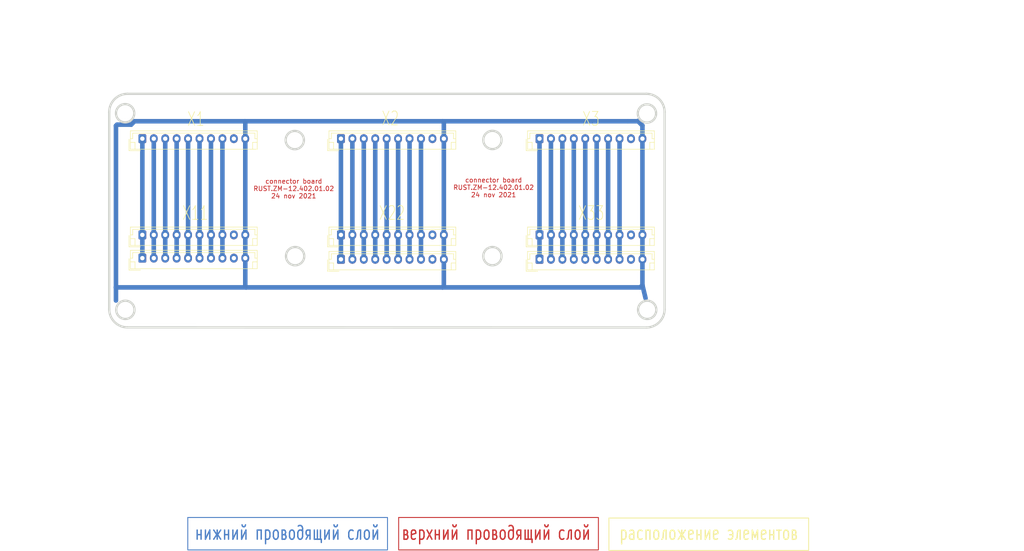
<source format=kicad_pcb>
(kicad_pcb (version 20211014) (generator pcbnew)
  (title_block (title "блок клеммный") (date "2021-12-07") (comment 1 "RUST.ZM-12.402.01.01CБ"))
  (layers (0 "F.Cu" signal) (31 "B.Cu" signal) (34 "B.Paste" user) (35 "F.Paste" user) (36 "B.SilkS" user "B.Silkscreen") (37 "F.SilkS" user "F.Silkscreen") (38 "B.Mask" user) (39 "F.Mask" user) (44 "Edge.Cuts" user))
  (net 0 "")
  (net 1 "/CTRL1")
  (net 2 "/CTRL2")
  (net 3 "/CTRL3")
  (net 4 "/CTRL4")
  (net 5 "/CTRL5")
  (net 6 "/CTRL6")
  (net 7 "/CTRL7")
  (net 8 "/CTRL8")
  (net 10 "/GND")
  (net 11 "/CTRL9")
  (net 12 "/CTRL10")
  (net 13 "/CTRL11")
  (net 14 "/CTRL12")
  (net 15 "/CTRL13")
  (net 16 "/CTRL14")
  (net 17 "/CTRL15")
  (net 18 "/CTRL16")
  (net 20 "/CTRL17")
  (net 21 "/CTRL18")
  (net 22 "/CTRL19")
  (net 23 "/CTRL20")
  (net 31 "/CTRL24")
  (net 32 "/CTRL23")
  (net 33 "/CTRL22")
  (net 34 "/CTRL21")
  (footprint "my_Library_ftprint:JST_EH_B10B-EH-A_1x10_P2.50mm_empty" (layer "F.Cu") (at 80.649 104.602)
    (fp_text reference "X111" hide)
    (fp_text value "B10B-XH-A_right" hide)
    (fp_line (start -2.61 -1.71) (end -2.61 2.31) (layer "F.SilkS") (width 0.12))
    (fp_line (start -2.61 2.31) (end 25.11 2.31) (layer "F.SilkS") (width 0.12))
    (fp_line (start 24.11 0.81) (end 24.11 2.31) (layer "F.SilkS") (width 0.12))
    (fp_line (start 24.61 -1.21) (end 24.61 0) (layer "F.SilkS") (width 0.12))
    (fp_line (start 24.61 0) (end 25.11 0) (layer "F.SilkS") (width 0.12))
    (fp_line (start -1.61 0.81) (end -1.61 2.31) (layer "F.SilkS") (width 0.12))
    (fp_line (start -2.11 0) (end -2.11 -1.21) (layer "F.SilkS") (width 0.12))
    (fp_line (start 25.11 -1.71) (end -2.61 -1.71) (layer "F.SilkS") (width 0.12))
    (fp_line (start -2.11 -1.21) (end 24.61 -1.21) (layer "F.SilkS") (width 0.12))
    (fp_line (start -2.91 0.11) (end -2.91 2.61) (layer "F.SilkS") (width 0.12))
    (fp_line (start -2.61 0) (end -2.11 0) (layer "F.SilkS") (width 0.12))
    (fp_line (start -2.91 2.61) (end -0.41 2.61) (layer "F.SilkS") (width 0.12))
    (fp_line (start 25.11 0.81) (end 24.11 0.81) (layer "F.SilkS") (width 0.12))
    (fp_line (start 25.11 2.31) (end 25.11 -1.71) (layer "F.SilkS") (width 0.12))
    (fp_line (start -2.61 0.81) (end -1.61 0.81) (layer "F.SilkS") (width 0.12))
    (pad "1" thru_hole roundrect locked (at 0 0) (size 1.7 1.95) (drill 0.95) (layers *.Cu *.Mask) (roundrect_rratio 0.1470588235) (net 1 "/CTRL1"))
    (pad "2" thru_hole oval locked (at 2.5 0) (size 1.7 1.95) (drill 0.95) (layers *.Cu *.Mask) (net 2 "/CTRL2"))
    (pad "3" thru_hole oval locked (at 5 0) (size 1.7 1.95) (drill 0.95) (layers *.Cu *.Mask) (net 3 "/CTRL3"))
    (pad "4" thru_hole oval locked (at 7.5 0) (size 1.7 1.95) (drill 0.95) (layers *.Cu *.Mask) (net 4 "/CTRL4"))
    (pad "5" thru_hole oval locked (at 10 0) (size 1.7 1.95) (drill 0.95) (layers *.Cu *.Mask) (net 5 "/CTRL5"))
    (pad "6" thru_hole oval locked (at 12.5 0) (size 1.7 1.95) (drill 0.95) (layers *.Cu *.Mask) (net 6 "/CTRL6"))
    (pad "7" thru_hole oval locked (at 15 0) (size 1.7 1.95) (drill 0.95) (layers *.Cu *.Mask) (net 7 "/CTRL7"))
    (pad "8" thru_hole oval locked (at 17.5 0) (size 1.7 1.95) (drill 0.95) (layers *.Cu *.Mask) (net 8 "/CTRL8"))
    (pad "9" thru_hole oval locked (at 20 0) (size 1.7 1.95) (drill 0.95) (layers *.Cu *.Mask))
    (pad "10" thru_hole oval locked (at 22.5 0) (size 1.7 1.95) (drill 0.95) (layers *.Cu *.Mask) (net 10 "/GND"))
  )
  (footprint "my_Library_ftprint:terminal_blocks_KF141R_Vertical_10x2.54" (layer "F.Cu") (at 80.649 99.522)
    (fp_text reference "X11" (at 11.5784 -4.7776) (layer "F.SilkS") (effects (font (size 3 2))))
    (fp_text value "Terminal_block_141_Vx10")
    (fp_line (start -2.61 0.81) (end -1.61 0.81) (layer "F.SilkS") (width 0.12))
    (fp_line (start -2.91 0.11) (end -2.91 2.61) (layer "F.SilkS") (width 0.12))
    (fp_line (start 24.11 0.81) (end 24.11 2.31) (layer "F.SilkS") (width 0.12))
    (fp_line (start -2.61 0) (end -2.11 0) (layer "F.SilkS") (width 0.12))
    (fp_line (start 25.11 -1.71) (end -2.61 -1.71) (layer "F.SilkS") (width 0.12))
    (fp_line (start -1.61 0.81) (end -1.61 2.31) (layer "F.SilkS") (width 0.12))
    (fp_line (start -2.11 -1.21) (end 24.61 -1.21) (layer "F.SilkS") (width 0.12))
    (fp_line (start 25.11 2.31) (end 25.11 -1.71) (layer "F.SilkS") (width 0.12))
    (fp_line (start 25.11 0.81) (end 24.11 0.81) (layer "F.SilkS") (width 0.12))
    (fp_line (start -2.61 -1.71) (end -2.61 2.31) (layer "F.SilkS") (width 0.12))
    (fp_line (start -2.11 0) (end -2.11 -1.21) (layer "F.SilkS") (width 0.12))
    (fp_line (start -2.91 2.61) (end -0.41 2.61) (layer "F.SilkS") (width 0.12))
    (fp_line (start -2.61 2.31) (end 25.11 2.31) (layer "F.SilkS") (width 0.12))
    (fp_line (start 24.61 0) (end 25.11 0) (layer "F.SilkS") (width 0.12))
    (fp_line (start 24.61 -1.21) (end 24.61 0) (layer "F.SilkS") (width 0.12))
    (pad "1" thru_hole roundrect locked (at 0 0) (size 1.7 1.95) (drill 0.95) (layers *.Cu *.Mask) (roundrect_rratio 0.1470588235) (net 1 "/CTRL1"))
    (pad "2" thru_hole oval locked (at 2.5 0) (size 1.7 1.95) (drill 0.95) (layers *.Cu *.Mask) (net 2 "/CTRL2"))
    (pad "3" thru_hole oval locked (at 5 0) (size 1.7 1.95) (drill 0.95) (layers *.Cu *.Mask) (net 3 "/CTRL3"))
    (pad "4" thru_hole oval locked (at 7.5 0) (size 1.7 1.95) (drill 0.95) (layers *.Cu *.Mask) (net 4 "/CTRL4"))
    (pad "5" thru_hole oval locked (at 10 0) (size 1.7 1.95) (drill 0.95) (layers *.Cu *.Mask) (net 5 "/CTRL5"))
    (pad "6" thru_hole oval locked (at 12.5 0) (size 1.7 1.95) (drill 0.95) (layers *.Cu *.Mask) (net 6 "/CTRL6"))
    (pad "7" thru_hole oval locked (at 15 0) (size 1.7 1.95) (drill 0.95) (layers *.Cu *.Mask) (net 7 "/CTRL7"))
    (pad "8" thru_hole oval locked (at 17.5 0) (size 1.7 1.95) (drill 0.95) (layers *.Cu *.Mask) (net 8 "/CTRL8"))
    (pad "9" thru_hole oval locked (at 20 0) (size 1.7 1.95) (drill 0.95) (layers *.Cu *.Mask))
    (pad "10" thru_hole oval locked (at 22.5 0) (size 1.7 1.95) (drill 0.95) (layers *.Cu *.Mask) (net 10 "/GND"))
  )
  (footprint "my_Library_ftprint:JST_EH_B10B-EH-A_1x10_P2.50mm_empty" (layer "F.Cu") (at 124.058 104.856)
    (fp_text reference "X222" hide)
    (fp_text value "B10B-XH-A_right" hide)
    (fp_line (start -2.11 -1.21) (end 24.61 -1.21) (layer "F.SilkS") (width 0.12))
    (fp_line (start 25.11 -1.71) (end -2.61 -1.71) (layer "F.SilkS") (width 0.12))
    (fp_line (start 25.11 2.31) (end 25.11 -1.71) (layer "F.SilkS") (width 0.12))
    (fp_line (start 24.61 -1.21) (end 24.61 0) (layer "F.SilkS") (width 0.12))
    (fp_line (start -2.61 2.31) (end 25.11 2.31) (layer "F.SilkS") (width 0.12))
    (fp_line (start -2.91 0.11) (end -2.91 2.61) (layer "F.SilkS") (width 0.12))
    (fp_line (start -2.91 2.61) (end -0.41 2.61) (layer "F.SilkS") (width 0.12))
    (fp_line (start -2.61 -1.71) (end -2.61 2.31) (layer "F.SilkS") (width 0.12))
    (fp_line (start 24.11 0.81) (end 24.11 2.31) (layer "F.SilkS") (width 0.12))
    (fp_line (start -2.11 0) (end -2.11 -1.21) (layer "F.SilkS") (width 0.12))
    (fp_line (start -2.61 0) (end -2.11 0) (layer "F.SilkS") (width 0.12))
    (fp_line (start 25.11 0.81) (end 24.11 0.81) (layer "F.SilkS") (width 0.12))
    (fp_line (start 24.61 0) (end 25.11 0) (layer "F.SilkS") (width 0.12))
    (fp_line (start -2.61 0.81) (end -1.61 0.81) (layer "F.SilkS") (width 0.12))
    (fp_line (start -1.61 0.81) (end -1.61 2.31) (layer "F.SilkS") (width 0.12))
    (pad "1" thru_hole roundrect (at 0 0) (size 1.7 1.95) (drill 0.95) (layers *.Cu *.Mask) (roundrect_rratio 0.1470588235) (net 11 "/CTRL9"))
    (pad "2" thru_hole oval (at 2.5 0) (size 1.7 1.95) (drill 0.95) (layers *.Cu *.Mask) (net 12 "/CTRL10"))
    (pad "3" thru_hole oval (at 5 0) (size 1.7 1.95) (drill 0.95) (layers *.Cu *.Mask) (net 13 "/CTRL11"))
    (pad "4" thru_hole oval (at 7.5 0) (size 1.7 1.95) (drill 0.95) (layers *.Cu *.Mask) (net 14 "/CTRL12"))
    (pad "5" thru_hole oval (at 10 0) (size 1.7 1.95) (drill 0.95) (layers *.Cu *.Mask) (net 15 "/CTRL13"))
    (pad "6" thru_hole oval (at 12.5 0) (size 1.7 1.95) (drill 0.95) (layers *.Cu *.Mask) (net 16 "/CTRL14"))
    (pad "7" thru_hole oval (at 15 0) (size 1.7 1.95) (drill 0.95) (layers *.Cu *.Mask) (net 17 "/CTRL15"))
    (pad "8" thru_hole oval (at 17.5 0) (size 1.7 1.95) (drill 0.95) (layers *.Cu *.Mask) (net 18 "/CTRL16"))
    (pad "9" thru_hole oval (at 20 0) (size 1.7 1.95) (drill 0.95) (layers *.Cu *.Mask))
    (pad "10" thru_hole oval (at 22.5 0) (size 1.7 1.95) (drill 0.95) (layers *.Cu *.Mask) (net 10 "/GND"))
  )
  (footprint "my_Library_ftprint:terminal_blocks_KF141R_Vertical_10x2.54" (layer "F.Cu") (at 124.058 99.522)
    (fp_text reference "X22" (at 11.1462 -4.7776) (layer "F.SilkS") (effects (font (size 3 2))))
    (fp_text value "Terminal_block_141_Vx10")
    (fp_line (start 24.61 0) (end 25.11 0) (layer "F.SilkS") (width 0.12))
    (fp_line (start -1.61 0.81) (end -1.61 2.31) (layer "F.SilkS") (width 0.12))
    (fp_line (start -2.11 0) (end -2.11 -1.21) (layer "F.SilkS") (width 0.12))
    (fp_line (start -2.61 0) (end -2.11 0) (layer "F.SilkS") (width 0.12))
    (fp_line (start -2.61 2.31) (end 25.11 2.31) (layer "F.SilkS") (width 0.12))
    (fp_line (start 24.11 0.81) (end 24.11 2.31) (layer "F.SilkS") (width 0.12))
    (fp_line (start -2.11 -1.21) (end 24.61 -1.21) (layer "F.SilkS") (width 0.12))
    (fp_line (start 25.11 -1.71) (end -2.61 -1.71) (layer "F.SilkS") (width 0.12))
    (fp_line (start -2.61 0.81) (end -1.61 0.81) (layer "F.SilkS") (width 0.12))
    (fp_line (start -2.91 0.11) (end -2.91 2.61) (layer "F.SilkS") (width 0.12))
    (fp_line (start 25.11 0.81) (end 24.11 0.81) (layer "F.SilkS") (width 0.12))
    (fp_line (start -2.91 2.61) (end -0.41 2.61) (layer "F.SilkS") (width 0.12))
    (fp_line (start -2.61 -1.71) (end -2.61 2.31) (layer "F.SilkS") (width 0.12))
    (fp_line (start 24.61 -1.21) (end 24.61 0) (layer "F.SilkS") (width 0.12))
    (fp_line (start 25.11 2.31) (end 25.11 -1.71) (layer "F.SilkS") (width 0.12))
    (pad "1" thru_hole roundrect (at 0 0) (size 1.7 1.95) (drill 0.95) (layers *.Cu *.Mask) (roundrect_rratio 0.1470588235) (net 11 "/CTRL9"))
    (pad "2" thru_hole oval (at 2.5 0) (size 1.7 1.95) (drill 0.95) (layers *.Cu *.Mask) (net 12 "/CTRL10"))
    (pad "3" thru_hole oval (at 5 0) (size 1.7 1.95) (drill 0.95) (layers *.Cu *.Mask) (net 13 "/CTRL11"))
    (pad "4" thru_hole oval (at 7.5 0) (size 1.7 1.95) (drill 0.95) (layers *.Cu *.Mask) (net 14 "/CTRL12"))
    (pad "5" thru_hole oval (at 10 0) (size 1.7 1.95) (drill 0.95) (layers *.Cu *.Mask) (net 15 "/CTRL13"))
    (pad "6" thru_hole oval (at 12.5 0) (size 1.7 1.95) (drill 0.95) (layers *.Cu *.Mask) (net 16 "/CTRL14"))
    (pad "7" thru_hole oval (at 15 0) (size 1.7 1.95) (drill 0.95) (layers *.Cu *.Mask) (net 17 "/CTRL15"))
    (pad "8" thru_hole oval (at 17.5 0) (size 1.7 1.95) (drill 0.95) (layers *.Cu *.Mask) (net 18 "/CTRL16"))
    (pad "9" thru_hole oval (at 20 0) (size 1.7 1.95) (drill 0.95) (layers *.Cu *.Mask))
    (pad "10" thru_hole oval (at 22.5 0) (size 1.7 1.95) (drill 0.95) (layers *.Cu *.Mask) (net 10 "/GND"))
  )
  (footprint "my_Library_ftprint:JST_EH_B10B-EH-A_1x10_P2.50mm_Vertical" (layer "F.Cu") (at 80.649 78.486)
    (fp_text reference "X1" (at 11.7054 -4.2902) (layer "F.SilkS") (effects (font (size 3 2))))
    (fp_text value "B10B-XH-A_right")
    (fp_line (start 25.11 2.31) (end 25.11 -1.71) (layer "F.SilkS") (width 0.12))
    (fp_line (start 24.61 0) (end 25.11 0) (layer "F.SilkS") (width 0.12))
    (fp_line (start -2.61 -1.71) (end -2.61 2.31) (layer "F.SilkS") (width 0.12))
    (fp_line (start 24.11 0.81) (end 24.11 2.31) (layer "F.SilkS") (width 0.12))
    (fp_line (start -2.11 0) (end -2.11 -1.21) (layer "F.SilkS") (width 0.12))
    (fp_line (start 24.61 -1.21) (end 24.61 0) (layer "F.SilkS") (width 0.12))
    (fp_line (start -1.61 0.81) (end -1.61 2.31) (layer "F.SilkS") (width 0.12))
    (fp_line (start 25.11 -1.71) (end -2.61 -1.71) (layer "F.SilkS") (width 0.12))
    (fp_line (start 25.11 0.81) (end 24.11 0.81) (layer "F.SilkS") (width 0.12))
    (fp_line (start -2.61 2.31) (end 25.11 2.31) (layer "F.SilkS") (width 0.12))
    (fp_line (start -2.91 0.11) (end -2.91 2.61) (layer "F.SilkS") (width 0.12))
    (fp_line (start -2.61 0) (end -2.11 0) (layer "F.SilkS") (width 0.12))
    (fp_line (start -2.11 -1.21) (end 24.61 -1.21) (layer "F.SilkS") (width 0.12))
    (fp_line (start -2.91 2.61) (end -0.41 2.61) (layer "F.SilkS") (width 0.12))
    (fp_line (start -2.61 0.81) (end -1.61 0.81) (layer "F.SilkS") (width 0.12))
    (pad "1" thru_hole roundrect (at 0 0) (size 1.7 1.95) (drill 0.95) (layers *.Cu *.Mask) (roundrect_rratio 0.1470588235) (net 1 "/CTRL1"))
    (pad "2" thru_hole oval (at 2.5 0) (size 1.7 1.95) (drill 0.95) (layers *.Cu *.Mask) (net 2 "/CTRL2"))
    (pad "3" thru_hole oval (at 5 0) (size 1.7 1.95) (drill 0.95) (layers *.Cu *.Mask) (net 3 "/CTRL3"))
    (pad "4" thru_hole oval (at 7.5 0) (size 1.7 1.95) (drill 0.95) (layers *.Cu *.Mask) (net 4 "/CTRL4"))
    (pad "5" thru_hole oval (at 10 0) (size 1.7 1.95) (drill 0.95) (layers *.Cu *.Mask) (net 5 "/CTRL5"))
    (pad "6" thru_hole oval (at 12.5 0) (size 1.7 1.95) (drill 0.95) (layers *.Cu *.Mask) (net 6 "/CTRL6"))
    (pad "7" thru_hole oval (at 15 0) (size 1.7 1.95) (drill 0.95) (layers *.Cu *.Mask) (net 7 "/CTRL7"))
    (pad "8" thru_hole oval (at 17.5 0) (size 1.7 1.95) (drill 0.95) (layers *.Cu *.Mask) (net 8 "/CTRL8"))
    (pad "9" thru_hole oval (at 20 0) (size 1.7 1.95) (drill 0.95) (layers *.Cu *.Mask))
    (pad "10" thru_hole oval (at 22.5 0) (size 1.7 1.95) (drill 0.95) (layers *.Cu *.Mask) (net 10 "/GND"))
  )
  (footprint "my_Library_ftprint:JST_EH_B10B-EH-A_1x10_P2.50mm_empty" (layer "F.Cu") (at 167.467 104.856)
    (fp_text reference "X333" hide)
    (fp_text value "B10B-XH-A_right")
    (fp_line (start -2.61 0.81) (end -1.61 0.81) (layer "F.SilkS") (width 0.12))
    (fp_line (start -2.61 0) (end -2.11 0) (layer "F.SilkS") (width 0.12))
    (fp_line (start 25.11 0.81) (end 24.11 0.81) (layer "F.SilkS") (width 0.12))
    (fp_line (start 24.11 0.81) (end 24.11 2.31) (layer "F.SilkS") (width 0.12))
    (fp_line (start 24.61 0) (end 25.11 0) (layer "F.SilkS") (width 0.12))
    (fp_line (start -2.91 2.61) (end -0.41 2.61) (layer "F.SilkS") (width 0.12))
    (fp_line (start 24.61 -1.21) (end 24.61 0) (layer "F.SilkS") (width 0.12))
    (fp_line (start 25.11 2.31) (end 25.11 -1.71) (layer "F.SilkS") (width 0.12))
    (fp_line (start -2.11 0) (end -2.11 -1.21) (layer "F.SilkS") (width 0.12))
    (fp_line (start -1.61 0.81) (end -1.61 2.31) (layer "F.SilkS") (width 0.12))
    (fp_line (start -2.61 -1.71) (end -2.61 2.31) (layer "F.SilkS") (width 0.12))
    (fp_line (start -2.61 2.31) (end 25.11 2.31) (layer "F.SilkS") (width 0.12))
    (fp_line (start 25.11 -1.71) (end -2.61 -1.71) (layer "F.SilkS") (width 0.12))
    (fp_line (start -2.11 -1.21) (end 24.61 -1.21) (layer "F.SilkS") (width 0.12))
    (fp_line (start -2.91 0.11) (end -2.91 2.61) (layer "F.SilkS") (width 0.12))
    (pad "1" thru_hole roundrect (at 0 0) (size 1.7 1.95) (drill 0.95) (layers *.Cu *.Mask) (roundrect_rratio 0.1470588235) (net 20 "/CTRL17"))
    (pad "2" thru_hole oval (at 2.5 0) (size 1.7 1.95) (drill 0.95) (layers *.Cu *.Mask) (net 21 "/CTRL18"))
    (pad "3" thru_hole oval (at 5 0) (size 1.7 1.95) (drill 0.95) (layers *.Cu *.Mask) (net 22 "/CTRL19"))
    (pad "4" thru_hole oval (at 7.5 0) (size 1.7 1.95) (drill 0.95) (layers *.Cu *.Mask) (net 23 "/CTRL20"))
    (pad "5" thru_hole oval (at 10 0) (size 1.7 1.95) (drill 0.95) (layers *.Cu *.Mask) (net 34 "/CTRL21"))
    (pad "6" thru_hole oval (at 12.5 0) (size 1.7 1.95) (drill 0.95) (layers *.Cu *.Mask) (net 33 "/CTRL22"))
    (pad "7" thru_hole oval (at 15 0) (size 1.7 1.95) (drill 0.95) (layers *.Cu *.Mask) (net 32 "/CTRL23"))
    (pad "8" thru_hole oval (at 17.5 0) (size 1.7 1.95) (drill 0.95) (layers *.Cu *.Mask) (net 31 "/CTRL24"))
    (pad "9" thru_hole oval (at 20 0) (size 1.7 1.95) (drill 0.95) (layers *.Cu *.Mask))
    (pad "10" thru_hole oval (at 22.5 0) (size 1.7 1.95) (drill 0.95) (layers *.Cu *.Mask) (net 10 "/GND"))
  )
  (footprint "my_Library_ftprint:terminal_blocks_KF141R_Vertical_10x2.54" (layer "F.Cu") (at 167.467 99.522)
    (fp_text reference "X33" (at 11.2982 -4.7776) (layer "F.SilkS") (effects (font (size 3 2))))
    (fp_text value "Terminal_block_141_Vx10")
    (fp_line (start -2.11 -1.21) (end 24.61 -1.21) (layer "F.SilkS") (width 0.12))
    (fp_line (start -2.61 2.31) (end 25.11 2.31) (layer "F.SilkS") (width 0.12))
    (fp_line (start -2.91 0.11) (end -2.91 2.61) (layer "F.SilkS") (width 0.12))
    (fp_line (start -2.91 2.61) (end -0.41 2.61) (layer "F.SilkS") (width 0.12))
    (fp_line (start -2.61 0) (end -2.11 0) (layer "F.SilkS") (width 0.12))
    (fp_line (start 24.61 0) (end 25.11 0) (layer "F.SilkS") (width 0.12))
    (fp_line (start -1.61 0.81) (end -1.61 2.31) (layer "F.SilkS") (width 0.12))
    (fp_line (start 24.61 -1.21) (end 24.61 0) (layer "F.SilkS") (width 0.12))
    (fp_line (start 25.11 0.81) (end 24.11 0.81) (layer "F.SilkS") (width 0.12))
    (fp_line (start -2.11 0) (end -2.11 -1.21) (layer "F.SilkS") (width 0.12))
    (fp_line (start -2.61 0.81) (end -1.61 0.81) (layer "F.SilkS") (width 0.12))
    (fp_line (start 24.11 0.81) (end 24.11 2.31) (layer "F.SilkS") (width 0.12))
    (fp_line (start 25.11 -1.71) (end -2.61 -1.71) (layer "F.SilkS") (width 0.12))
    (fp_line (start 25.11 2.31) (end 25.11 -1.71) (layer "F.SilkS") (width 0.12))
    (fp_line (start -2.61 -1.71) (end -2.61 2.31) (layer "F.SilkS") (width 0.12))
    (pad "1" thru_hole roundrect (at 0 0) (size 1.7 1.95) (drill 0.95) (layers *.Cu *.Mask) (roundrect_rratio 0.1470588235) (net 20 "/CTRL17"))
    (pad "2" thru_hole oval (at 2.5 0) (size 1.7 1.95) (drill 0.95) (layers *.Cu *.Mask) (net 21 "/CTRL18"))
    (pad "3" thru_hole oval (at 5 0) (size 1.7 1.95) (drill 0.95) (layers *.Cu *.Mask) (net 22 "/CTRL19"))
    (pad "4" thru_hole oval (at 7.5 0) (size 1.7 1.95) (drill 0.95) (layers *.Cu *.Mask) (net 23 "/CTRL20"))
    (pad "5" thru_hole oval (at 10 0) (size 1.7 1.95) (drill 0.95) (layers *.Cu *.Mask) (net 34 "/CTRL21"))
    (pad "6" thru_hole oval (at 12.5 0) (size 1.7 1.95) (drill 0.95) (layers *.Cu *.Mask) (net 33 "/CTRL22"))
    (pad "7" thru_hole oval (at 15 0) (size 1.7 1.95) (drill 0.95) (layers *.Cu *.Mask) (net 32 "/CTRL23"))
    (pad "8" thru_hole oval (at 17.5 0) (size 1.7 1.95) (drill 0.95) (layers *.Cu *.Mask) (net 31 "/CTRL24"))
    (pad "9" thru_hole oval (at 20 0) (size 1.7 1.95) (drill 0.95) (layers *.Cu *.Mask))
    (pad "10" thru_hole oval (at 22.5 0) (size 1.7 1.95) (drill 0.95) (layers *.Cu *.Mask) (net 10 "/GND"))
  )
  (footprint "my_Library_ftprint:JST_EH_B10B-EH-A_1x10_P2.50mm_Vertical" (layer "F.Cu") (at 124.058 78.486)
    (fp_text reference "X2" (at 10.7906 -4.4172) (layer "F.SilkS") (effects (font (size 3 2))))
    (fp_text value "B10B-XH-A_right")
    (fp_line (start 25.11 0.81) (end 24.11 0.81) (layer "F.SilkS") (width 0.12))
    (fp_line (start -2.91 2.61) (end -0.41 2.61) (layer "F.SilkS") (width 0.12))
    (fp_line (start -2.11 -1.21) (end 24.61 -1.21) (layer "F.SilkS") (width 0.12))
    (fp_line (start 25.11 -1.71) (end -2.61 -1.71) (layer "F.SilkS") (width 0.12))
    (fp_line (start -2.11 0) (end -2.11 -1.21) (layer "F.SilkS") (width 0.12))
    (fp_line (start -2.61 2.31) (end 25.11 2.31) (layer "F.SilkS") (width 0.12))
    (fp_line (start 24.61 -1.21) (end 24.61 0) (layer "F.SilkS") (width 0.12))
    (fp_line (start 24.11 0.81) (end 24.11 2.31) (layer "F.SilkS") (width 0.12))
    (fp_line (start 24.61 0) (end 25.11 0) (layer "F.SilkS") (width 0.12))
    (fp_line (start -2.61 0) (end -2.11 0) (layer "F.SilkS") (width 0.12))
    (fp_line (start -2.61 -1.71) (end -2.61 2.31) (layer "F.SilkS") (width 0.12))
    (fp_line (start -2.91 0.11) (end -2.91 2.61) (layer "F.SilkS") (width 0.12))
    (fp_line (start 25.11 2.31) (end 25.11 -1.71) (layer "F.SilkS") (width 0.12))
    (fp_line (start -2.61 0.81) (end -1.61 0.81) (layer "F.SilkS") (width 0.12))
    (fp_line (start -1.61 0.81) (end -1.61 2.31) (layer "F.SilkS") (width 0.12))
    (pad "1" thru_hole roundrect (at 0 0) (size 1.7 1.95) (drill 0.95) (layers *.Cu *.Mask) (roundrect_rratio 0.1470588235) (net 11 "/CTRL9"))
    (pad "2" thru_hole oval (at 2.5 0) (size 1.7 1.95) (drill 0.95) (layers *.Cu *.Mask) (net 12 "/CTRL10"))
    (pad "3" thru_hole oval (at 5 0) (size 1.7 1.95) (drill 0.95) (layers *.Cu *.Mask) (net 13 "/CTRL11"))
    (pad "4" thru_hole oval (at 7.5 0) (size 1.7 1.95) (drill 0.95) (layers *.Cu *.Mask) (net 14 "/CTRL12"))
    (pad "5" thru_hole oval (at 10 0) (size 1.7 1.95) (drill 0.95) (layers *.Cu *.Mask) (net 15 "/CTRL13"))
    (pad "6" thru_hole oval (at 12.5 0) (size 1.7 1.95) (drill 0.95) (layers *.Cu *.Mask) (net 16 "/CTRL14"))
    (pad "7" thru_hole oval (at 15 0) (size 1.7 1.95) (drill 0.95) (layers *.Cu *.Mask) (net 17 "/CTRL15"))
    (pad "8" thru_hole oval (at 17.5 0) (size 1.7 1.95) (drill 0.95) (layers *.Cu *.Mask) (net 18 "/CTRL16"))
    (pad "9" thru_hole oval (at 20 0) (size 1.7 1.95) (drill 0.95) (layers *.Cu *.Mask))
    (pad "10" thru_hole oval (at 22.5 0) (size 1.7 1.95) (drill 0.95) (layers *.Cu *.Mask) (net 10 "/GND"))
  )
  (footprint "my_Library_ftprint:JST_EH_B10B-EH-A_1x10_P2.50mm_Vertical" (layer "F.Cu") (at 167.467 78.486)
    (fp_text reference "X3" (at 11.2474 -4.341) (layer "F.SilkS") (effects (font (size 3 2))))
    (fp_text value "B10B-XH-A_right")
    (fp_line (start 25.11 2.31) (end 25.11 -1.71) (layer "F.SilkS") (width 0.12))
    (fp_line (start 24.61 0) (end 25.11 0) (layer "F.SilkS") (width 0.12))
    (fp_line (start -2.61 0) (end -2.11 0) (layer "F.SilkS") (width 0.12))
    (fp_line (start -2.61 0.81) (end -1.61 0.81) (layer "F.SilkS") (width 0.12))
    (fp_line (start 25.11 0.81) (end 24.11 0.81) (layer "F.SilkS") (width 0.12))
    (fp_line (start -2.11 0) (end -2.11 -1.21) (layer "F.SilkS") (width 0.12))
    (fp_line (start 24.11 0.81) (end 24.11 2.31) (layer "F.SilkS") (width 0.12))
    (fp_line (start -2.91 0.11) (end -2.91 2.61) (layer "F.SilkS") (width 0.12))
    (fp_line (start 25.11 -1.71) (end -2.61 -1.71) (layer "F.SilkS") (width 0.12))
    (fp_line (start -2.91 2.61) (end -0.41 2.61) (layer "F.SilkS") (width 0.12))
    (fp_line (start 24.61 -1.21) (end 24.61 0) (layer "F.SilkS") (width 0.12))
    (fp_line (start -1.61 0.81) (end -1.61 2.31) (layer "F.SilkS") (width 0.12))
    (fp_line (start -2.61 -1.71) (end -2.61 2.31) (layer "F.SilkS") (width 0.12))
    (fp_line (start -2.61 2.31) (end 25.11 2.31) (layer "F.SilkS") (width 0.12))
    (fp_line (start -2.11 -1.21) (end 24.61 -1.21) (layer "F.SilkS") (width 0.12))
    (pad "1" thru_hole roundrect locked (at 0 0) (size 1.7 1.95) (drill 0.95) (layers *.Cu *.Mask) (roundrect_rratio 0.1470588235) (net 20 "/CTRL17"))
    (pad "2" thru_hole oval locked (at 2.5 0) (size 1.7 1.95) (drill 0.95) (layers *.Cu *.Mask) (net 21 "/CTRL18"))
    (pad "3" thru_hole oval locked (at 5 0) (size 1.7 1.95) (drill 0.95) (layers *.Cu *.Mask) (net 22 "/CTRL19"))
    (pad "4" thru_hole oval locked (at 7.5 0) (size 1.7 1.95) (drill 0.95) (layers *.Cu *.Mask) (net 23 "/CTRL20"))
    (pad "5" thru_hole oval locked (at 10 0) (size 1.7 1.95) (drill 0.95) (layers *.Cu *.Mask) (net 34 "/CTRL21"))
    (pad "6" thru_hole oval locked (at 12.5 0) (size 1.7 1.95) (drill 0.95) (layers *.Cu *.Mask) (net 33 "/CTRL22"))
    (pad "7" thru_hole oval locked (at 15 0) (size 1.7 1.95) (drill 0.95) (layers *.Cu *.Mask) (net 32 "/CTRL23"))
    (pad "8" thru_hole oval locked (at 17.5 0) (size 1.7 1.95) (drill 0.95) (layers *.Cu *.Mask) (net 31 "/CTRL24"))
    (pad "9" thru_hole oval locked (at 20 0) (size 1.7 1.95) (drill 0.95) (layers *.Cu *.Mask))
    (pad "10" thru_hole oval locked (at 22.5 0) (size 1.7 1.95) (drill 0.95) (layers *.Cu *.Mask) (net 10 "/GND"))
  )
  (gr_rect (start 136.6774 161.2924) (end 180.34 168.379) (layer "F.Cu") (width 0.2) (fill none))
  (gr_rect (start 90.5764 161.2924) (end 134.239 168.379) (layer "B.Cu") (width 0.2) (fill none))
  (gr_rect (start 182.6387 161.4194) (end 226.3013 168.506) (layer "F.SilkS") (width 0.2) (fill none))
  (gr_circle (center 190.9572 72.9766) (end 192.9572 72.9766) (layer "Edge.Cuts") (width 0.5) (fill none))
  (gr_circle (center 157.1752 78.7678) (end 159.1752 78.7678) (layer "Edge.Cuts") (width 0.5) (fill none))
  (gr_line (start 190.8302 119.7634) (end 77.3938 119.738) (layer "Edge.Cuts") (width 0.5))
  (gr_circle (center 114.046 104.1678) (end 116.046 104.1678) (layer "Edge.Cuts") (width 0.5) (fill none))
  (gr_circle (center 191.008 115.9026) (end 193.008 115.9026) (layer "Edge.Cuts") (width 0.5) (fill none))
  (gr_arc (start 73.406 72.6718) (mid 74.574 69.852) (end 77.3938 68.684) (layer "Edge.Cuts") (width 0.5))
  (gr_line (start 77.3938 68.684) (end 190.8302 68.684) (layer "Edge.Cuts") (width 0.5))
  (gr_circle (center 157.1752 104.1678) (end 159.1752 104.1678) (layer "Edge.Cuts") (width 0.5) (fill none))
  (gr_arc (start 194.818 115.7756) (mid 193.65 118.5954) (end 190.8302 119.7634) (layer "Edge.Cuts") (width 0.5))
  (gr_arc (start 190.8302 68.684) (mid 193.65 69.852) (end 194.818 72.6718) (layer "Edge.Cuts") (width 0.5))
  (gr_circle (center 76.9366 115.9026) (end 78.9366 115.9026) (layer "Edge.Cuts") (width 0.5) (fill none))
  (gr_circle (center 76.8858 72.9258) (end 78.8858 72.9258) (layer "Edge.Cuts") (width 0.5) (fill none))
  (gr_line (start 194.818 72.6718) (end 194.818 115.7756) (layer "Edge.Cuts") (width 0.5))
  (gr_circle (center 113.9698 78.7932) (end 115.9698 78.7932) (layer "Edge.Cuts") (width 0.5) (fill none))
  (gr_line (start 73.406 115.7502) (end 73.406 72.6718) (layer "Edge.Cuts") (width 0.5))
  (gr_arc (start 77.3938 119.738) (mid 74.574 118.57) (end 73.406 115.7502) (layer "Edge.Cuts") (width 0.5))
  (gr_text "connector board\nRUST.ZM-12.402.01.02\n24 nov 2021" (at 157.431 89.154) (layer "F.Cu") (effects (font (size 1 1))))
  (gr_text "верхний проводящий слой " (at 158.75 164.6706) (layer "F.Cu") (effects (font (size 3 2) (thickness 0.3))))
  (gr_text "connector board\nRUST.ZM-12.402.01.02\n24 nov 2021" (at 113.743 89.408) (layer "F.Cu") (effects (font (size 1 1))))
  (gr_text "нижний проводящий слой " (at 113.1062 164.6706) (layer "B.Cu") (effects (font (size 3 2) (thickness 0.3))))
  (gr_text "расположение элементов" (at 204.47 164.696) (layer "F.SilkS") (effects (font (size 3 2) (thickness 0.3))))
  (segment (start 80.649 78.486) (end 80.649 104.602) (width 1) (layer "B.Cu") (net 1))
  (segment (start 83.149 78.486) (end 83.149 104.602) (width 1) (layer "B.Cu") (net 2))
  (segment (start 85.649 78.486) (end 85.649 104.602) (width 1) (layer "B.Cu") (net 3))
  (segment (start 88.149 78.486) (end 88.149 104.602) (width 1) (layer "B.Cu") (net 4))
  (segment (start 90.649 78.486) (end 90.649 104.602) (width 1) (layer "B.Cu") (net 5))
  (segment (start 93.149 78.486) (end 93.149 104.602) (width 1) (layer "B.Cu") (net 6))
  (segment (start 95.649 78.486) (end 95.649 104.602) (width 1) (layer "B.Cu") (net 7))
  (segment (start 98.149 78.486) (end 98.149 104.602) (width 1) (layer "B.Cu") (net 8))
  (segment (start 189.967 110.514) (end 190.6524 113.3626) (width 1) (layer "B.Cu") (net 10))
  (segment (start 74.881 75.6672) (end 74.881 110.998) (width 1) (layer "B.Cu") (net 10))
  (segment (start 103.149 78.486) (end 103.149 74.75) (width 1) (layer "B.Cu") (net 10))
  (segment (start 188.976 74.6276) (end 189.967 75.6186) (width 1) (layer "B.Cu") (net 10))
  (segment (start 188.9252 74.6784) (end 188.976 74.6276) (width 1) (layer "B.Cu") (net 10))
  (segment (start 189.483 110.998) (end 189.967 110.514) (width 1) (layer "B.Cu") (net 10))
  (segment (start 78.9456 74.676) (end 78.198328 75.423272) (width 1) (layer "B.Cu") (net 10))
  (segment (start 74.881 110.998) (end 74.881 113.866) (width 1) (layer "B.Cu") (net 10))
  (segment (start 146.558 78.486) (end 146.558 99.522) (width 1) (layer "B.Cu") (net 10))
  (segment (start 189.967 99.522) (end 189.967 110.514) (width 1) (layer "B.Cu") (net 10))
  (segment (start 189.967 75.6186) (end 189.967 78.486) (width 1) (layer "B.Cu") (net 10))
  (segment (start 103.075 74.676) (end 146.255 74.676) (width 1) (layer "B.Cu") (net 10))
  (segment (start 146.558 78.486) (end 146.558 74.979) (width 1) (layer "B.Cu") (net 10))
  (segment (start 103.149 104.602) (end 103.149 110.818) (width 1) (layer "B.Cu") (net 10))
  (segment (start 186.7662 74.6784) (end 188.9252 74.6784) (width 1) (layer "B.Cu") (net 10))
  (segment (start 103.149 110.818) (end 103.329 110.998) (width 1) (layer "B.Cu") (net 10))
  (segment (start 146.558 104.856) (end 146.558 110.695) (width 1) (layer "B.Cu") (net 10))
  (segment (start 103.149 99.522) (end 103.149 104.602) (width 1) (layer "B.Cu") (net 10))
  (segment (start 103.149 74.75) (end 103.075 74.676) (width 1) (layer "B.Cu") (net 10))
  (segment (start 103.149 78.486) (end 103.149 99.522) (width 1) (layer "B.Cu") (net 10))
  (segment (start 146.255 110.998) (end 189.483 110.998) (width 1) (layer "B.Cu") (net 10))
  (segment (start 146.558 74.979) (end 146.255 74.676) (width 1) (layer "B.Cu") (net 10))
  (segment (start 189.967 99.522) (end 189.967 78.486) (width 1) (layer "B.Cu") (net 10))
  (segment (start 103.075 74.676) (end 78.9456 74.676) (width 1) (layer "B.Cu") (net 10))
  (segment (start 103.329 110.998) (end 146.255 110.998) (width 1) (layer "B.Cu") (net 10))
  (segment (start 146.558 99.522) (end 146.558 104.856) (width 1) (layer "B.Cu") (net 10))
  (segment (start 146.255 74.676) (end 186.7662 74.6784) (width 1) (layer "B.Cu") (net 10))
  (segment (start 146.558 110.695) (end 146.255 110.998) (width 1) (layer "B.Cu") (net 10))
  (segment (start 74.881 110.998) (end 103.329 110.998) (width 1) (layer "B.Cu") (net 10))
  (segment (start 75.124928 75.423272) (end 74.881 75.6672) (width 1) (layer "B.Cu") (net 10))
  (segment (start 78.198328 75.423272) (end 75.124928 75.423272) (width 1) (layer "B.Cu") (net 10))
  (segment (start 124.058 78.486) (end 124.058 104.856) (width 1) (layer "B.Cu") (net 11))
  (segment (start 126.558 78.486) (end 126.558 104.856) (width 1) (layer "B.Cu") (net 12))
  (segment (start 129.058 78.486) (end 129.058 104.856) (width 1) (layer "B.Cu") (net 13))
  (segment (start 131.558 78.486) (end 131.558 104.856) (width 1) (layer "B.Cu") (net 14))
  (segment (start 134.058 78.486) (end 134.058 104.856) (width 1) (layer "B.Cu") (net 15))
  (segment (start 136.558 78.486) (end 136.558 104.856) (width 1) (layer "B.Cu") (net 16))
  (segment (start 139.058 78.486) (end 139.058 104.856) (width 1) (layer "B.Cu") (net 17))
  (segment (start 141.558 78.486) (end 141.558 104.856) (width 1) (layer "B.Cu") (net 18))
  (segment (start 167.467 78.486) (end 167.467 104.856) (width 1) (layer "B.Cu") (net 20))
  (segment (start 169.967 78.486) (end 169.967 104.856) (width 1) (layer "B.Cu") (net 21))
  (segment (start 172.467 78.486) (end 172.467 104.856) (width 1) (layer "B.Cu") (net 22))
  (segment (start 174.967 78.486) (end 174.967 104.856) (width 1) (layer "B.Cu") (net 23))
  (segment (start 184.967 78.486) (end 184.967 104.856) (width 1) (layer "B.Cu") (net 31))
  (segment (start 182.467 78.486) (end 182.467 104.856) (width 1) (layer "B.Cu") (net 32))
  (segment (start 179.967 78.486) (end 179.967 104.856) (width 1) (layer "B.Cu") (net 33))
  (segment (start 177.467 78.486) (end 177.467 104.856) (width 1) (layer "B.Cu") (net 34))
)
</source>
